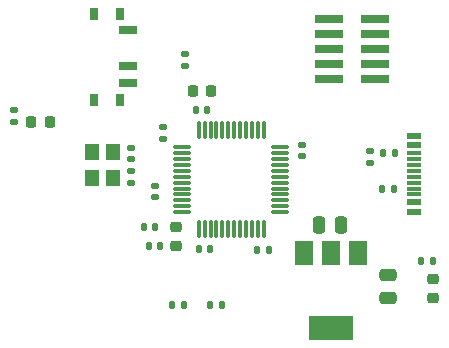
<source format=gbr>
%TF.GenerationSoftware,KiCad,Pcbnew,(6.0.5)*%
%TF.CreationDate,2022-05-28T10:37:04-07:00*%
%TF.ProjectId,stm32,73746d33-322e-46b6-9963-61645f706362,rev?*%
%TF.SameCoordinates,Original*%
%TF.FileFunction,Paste,Top*%
%TF.FilePolarity,Positive*%
%FSLAX46Y46*%
G04 Gerber Fmt 4.6, Leading zero omitted, Abs format (unit mm)*
G04 Created by KiCad (PCBNEW (6.0.5)) date 2022-05-28 10:37:04*
%MOMM*%
%LPD*%
G01*
G04 APERTURE LIST*
G04 Aperture macros list*
%AMRoundRect*
0 Rectangle with rounded corners*
0 $1 Rounding radius*
0 $2 $3 $4 $5 $6 $7 $8 $9 X,Y pos of 4 corners*
0 Add a 4 corners polygon primitive as box body*
4,1,4,$2,$3,$4,$5,$6,$7,$8,$9,$2,$3,0*
0 Add four circle primitives for the rounded corners*
1,1,$1+$1,$2,$3*
1,1,$1+$1,$4,$5*
1,1,$1+$1,$6,$7*
1,1,$1+$1,$8,$9*
0 Add four rect primitives between the rounded corners*
20,1,$1+$1,$2,$3,$4,$5,0*
20,1,$1+$1,$4,$5,$6,$7,0*
20,1,$1+$1,$6,$7,$8,$9,0*
20,1,$1+$1,$8,$9,$2,$3,0*%
G04 Aperture macros list end*
%ADD10RoundRect,0.218750X-0.218750X-0.256250X0.218750X-0.256250X0.218750X0.256250X-0.218750X0.256250X0*%
%ADD11RoundRect,0.140000X0.140000X0.170000X-0.140000X0.170000X-0.140000X-0.170000X0.140000X-0.170000X0*%
%ADD12RoundRect,0.140000X0.170000X-0.140000X0.170000X0.140000X-0.170000X0.140000X-0.170000X-0.140000X0*%
%ADD13RoundRect,0.135000X0.185000X-0.135000X0.185000X0.135000X-0.185000X0.135000X-0.185000X-0.135000X0*%
%ADD14RoundRect,0.250000X0.475000X-0.250000X0.475000X0.250000X-0.475000X0.250000X-0.475000X-0.250000X0*%
%ADD15R,2.400000X0.740000*%
%ADD16RoundRect,0.140000X-0.170000X0.140000X-0.170000X-0.140000X0.170000X-0.140000X0.170000X0.140000X0*%
%ADD17RoundRect,0.218750X-0.256250X0.218750X-0.256250X-0.218750X0.256250X-0.218750X0.256250X0.218750X0*%
%ADD18RoundRect,0.135000X-0.185000X0.135000X-0.185000X-0.135000X0.185000X-0.135000X0.185000X0.135000X0*%
%ADD19RoundRect,0.135000X0.135000X0.185000X-0.135000X0.185000X-0.135000X-0.185000X0.135000X-0.185000X0*%
%ADD20R,0.800000X1.000000*%
%ADD21R,1.500000X0.700000*%
%ADD22RoundRect,0.140000X-0.140000X-0.170000X0.140000X-0.170000X0.140000X0.170000X-0.140000X0.170000X0*%
%ADD23RoundRect,0.250000X-0.250000X-0.475000X0.250000X-0.475000X0.250000X0.475000X-0.250000X0.475000X0*%
%ADD24RoundRect,0.225000X-0.225000X-0.250000X0.225000X-0.250000X0.225000X0.250000X-0.225000X0.250000X0*%
%ADD25R,1.500000X2.000000*%
%ADD26R,3.800000X2.000000*%
%ADD27RoundRect,0.075000X-0.662500X-0.075000X0.662500X-0.075000X0.662500X0.075000X-0.662500X0.075000X0*%
%ADD28RoundRect,0.075000X-0.075000X-0.662500X0.075000X-0.662500X0.075000X0.662500X-0.075000X0.662500X0*%
%ADD29R,1.200000X1.400000*%
%ADD30R,1.160000X0.600000*%
%ADD31R,1.160000X0.300000*%
G04 APERTURE END LIST*
D10*
%TO.C,D2*%
X62062500Y-82600000D03*
X63637500Y-82600000D03*
%TD*%
D11*
%TO.C,C5*%
X82180000Y-93450000D03*
X81220000Y-93450000D03*
%TD*%
D12*
%TO.C,C4*%
X73250000Y-84030000D03*
X73250000Y-83070000D03*
%TD*%
D13*
%TO.C,R2*%
X75050000Y-77860000D03*
X75050000Y-76840000D03*
%TD*%
D14*
%TO.C,C2*%
X92250000Y-97500000D03*
X92250000Y-95600000D03*
%TD*%
D15*
%TO.C,J3*%
X91200000Y-78990000D03*
X87300000Y-78990000D03*
X91200000Y-77720000D03*
X87300000Y-77720000D03*
X91200000Y-76450000D03*
X87300000Y-76450000D03*
X91200000Y-75180000D03*
X87300000Y-75180000D03*
X91200000Y-73910000D03*
X87300000Y-73910000D03*
%TD*%
D16*
%TO.C,C6*%
X85000000Y-84540000D03*
X85000000Y-85500000D03*
%TD*%
D17*
%TO.C,FB1*%
X74300000Y-91525000D03*
X74300000Y-93100000D03*
%TD*%
D18*
%TO.C,R3*%
X90750000Y-85090000D03*
X90750000Y-86110000D03*
%TD*%
D19*
%TO.C,R5*%
X75010000Y-98100000D03*
X73990000Y-98100000D03*
%TD*%
%TO.C,R4*%
X92850000Y-85250000D03*
X91830000Y-85250000D03*
%TD*%
D12*
%TO.C,C8*%
X72550000Y-89010000D03*
X72550000Y-88050000D03*
%TD*%
D20*
%TO.C,SW1*%
X69600000Y-80750000D03*
X69600000Y-73450000D03*
X67390000Y-80750000D03*
X67390000Y-73450000D03*
D21*
X70250000Y-74850000D03*
X70250000Y-77850000D03*
X70250000Y-79350000D03*
%TD*%
D13*
%TO.C,R8*%
X60650000Y-82610000D03*
X60650000Y-81590000D03*
%TD*%
D19*
%TO.C,R6*%
X78260000Y-98100000D03*
X77240000Y-98100000D03*
%TD*%
%TO.C,R7*%
X92810000Y-88250000D03*
X91790000Y-88250000D03*
%TD*%
D22*
%TO.C,C7*%
X76000000Y-81600000D03*
X76960000Y-81600000D03*
%TD*%
D23*
%TO.C,C1*%
X86400000Y-91350000D03*
X88300000Y-91350000D03*
%TD*%
D12*
%TO.C,C12*%
X70550000Y-85750000D03*
X70550000Y-84790000D03*
%TD*%
D24*
%TO.C,C3*%
X75725000Y-80000000D03*
X77275000Y-80000000D03*
%TD*%
D25*
%TO.C,U1*%
X89750000Y-93750000D03*
X87450000Y-93750000D03*
D26*
X87450000Y-100050000D03*
D25*
X85150000Y-93750000D03*
%TD*%
D27*
%TO.C,U2*%
X74837500Y-84750000D03*
X74837500Y-85250000D03*
X74837500Y-85750000D03*
X74837500Y-86250000D03*
X74837500Y-86750000D03*
X74837500Y-87250000D03*
X74837500Y-87750000D03*
X74837500Y-88250000D03*
X74837500Y-88750000D03*
X74837500Y-89250000D03*
X74837500Y-89750000D03*
X74837500Y-90250000D03*
D28*
X76250000Y-91662500D03*
X76750000Y-91662500D03*
X77250000Y-91662500D03*
X77750000Y-91662500D03*
X78250000Y-91662500D03*
X78750000Y-91662500D03*
X79250000Y-91662500D03*
X79750000Y-91662500D03*
X80250000Y-91662500D03*
X80750000Y-91662500D03*
X81250000Y-91662500D03*
X81750000Y-91662500D03*
D27*
X83162500Y-90250000D03*
X83162500Y-89750000D03*
X83162500Y-89250000D03*
X83162500Y-88750000D03*
X83162500Y-88250000D03*
X83162500Y-87750000D03*
X83162500Y-87250000D03*
X83162500Y-86750000D03*
X83162500Y-86250000D03*
X83162500Y-85750000D03*
X83162500Y-85250000D03*
X83162500Y-84750000D03*
D28*
X81750000Y-83337500D03*
X81250000Y-83337500D03*
X80750000Y-83337500D03*
X80250000Y-83337500D03*
X79750000Y-83337500D03*
X79250000Y-83337500D03*
X78750000Y-83337500D03*
X78250000Y-83337500D03*
X77750000Y-83337500D03*
X77250000Y-83337500D03*
X76750000Y-83337500D03*
X76250000Y-83337500D03*
%TD*%
D11*
%TO.C,C10*%
X72980000Y-93100000D03*
X72020000Y-93100000D03*
%TD*%
D17*
%TO.C,D1*%
X96050000Y-95912500D03*
X96050000Y-97487500D03*
%TD*%
D12*
%TO.C,C13*%
X70550000Y-87750000D03*
X70550000Y-86790000D03*
%TD*%
D22*
%TO.C,C11*%
X76270000Y-93400000D03*
X77230000Y-93400000D03*
%TD*%
D11*
%TO.C,C9*%
X72580000Y-91480000D03*
X71620000Y-91480000D03*
%TD*%
D19*
%TO.C,R1*%
X96060000Y-94400000D03*
X95040000Y-94400000D03*
%TD*%
D29*
%TO.C,Y1*%
X67250000Y-85150000D03*
X67250000Y-87350000D03*
X68950000Y-87350000D03*
X68950000Y-85150000D03*
%TD*%
D30*
%TO.C,J1*%
X94515000Y-90200000D03*
X94515000Y-89400000D03*
D31*
X94515000Y-88250000D03*
X94515000Y-87250000D03*
X94515000Y-86750000D03*
X94515000Y-85750000D03*
D30*
X94515000Y-84600000D03*
X94515000Y-83800000D03*
X94515000Y-83800000D03*
X94515000Y-84600000D03*
D31*
X94515000Y-85250000D03*
X94515000Y-86250000D03*
X94515000Y-87750000D03*
X94515000Y-88750000D03*
D30*
X94515000Y-89400000D03*
X94515000Y-90200000D03*
%TD*%
M02*

</source>
